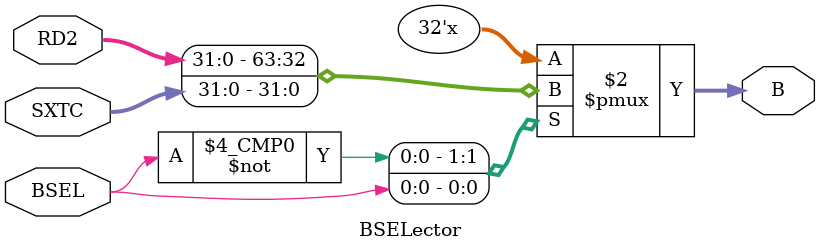
<source format=v>
`timescale 1ns / 1ps

module BSELector(
	input BSEL,
	input [31:0] RD2,
	input [31:0] SXTC,
	output reg [31:0] B);

 always @(*)
 begin
	case(BSEL)
		1'b0 : B = RD2;
		1'b1 : B = SXTC;
	endcase
 end
endmodule
</source>
